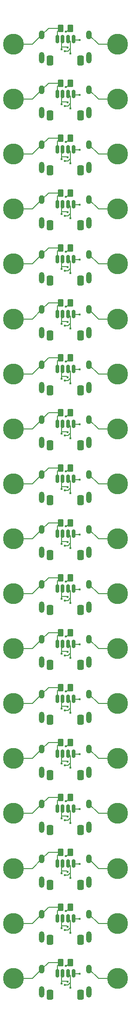
<source format=gbr>
%TF.GenerationSoftware,KiCad,Pcbnew,8.99.0-946-gf00a1ab517*%
%TF.CreationDate,2024-05-19T19:51:51+07:00*%
%TF.ProjectId,dtb_toro,6474625f-746f-4726-9f2e-6b696361645f,rev?*%
%TF.SameCoordinates,Original*%
%TF.FileFunction,Copper,L2,Bot*%
%TF.FilePolarity,Positive*%
%FSLAX46Y46*%
G04 Gerber Fmt 4.6, Leading zero omitted, Abs format (unit mm)*
G04 Created by KiCad (PCBNEW 8.99.0-946-gf00a1ab517) date 2024-05-19 19:51:51*
%MOMM*%
%LPD*%
G01*
G04 APERTURE LIST*
G04 Aperture macros list*
%AMRoundRect*
0 Rectangle with rounded corners*
0 $1 Rounding radius*
0 $2 $3 $4 $5 $6 $7 $8 $9 X,Y pos of 4 corners*
0 Add a 4 corners polygon primitive as box body*
4,1,4,$2,$3,$4,$5,$6,$7,$8,$9,$2,$3,0*
0 Add four circle primitives for the rounded corners*
1,1,$1+$1,$2,$3*
1,1,$1+$1,$4,$5*
1,1,$1+$1,$6,$7*
1,1,$1+$1,$8,$9*
0 Add four rect primitives between the rounded corners*
20,1,$1+$1,$2,$3,$4,$5,0*
20,1,$1+$1,$4,$5,$6,$7,0*
20,1,$1+$1,$6,$7,$8,$9,0*
20,1,$1+$1,$8,$9,$2,$3,0*%
G04 Aperture macros list end*
%TA.AperFunction,SMDPad,CuDef*%
%ADD10RoundRect,0.250000X0.262500X0.450000X-0.262500X0.450000X-0.262500X-0.450000X0.262500X-0.450000X0*%
%TD*%
%TA.AperFunction,ComponentPad*%
%ADD11C,3.800000*%
%TD*%
%TA.AperFunction,SMDPad,CuDef*%
%ADD12RoundRect,0.250000X0.350000X0.650000X-0.350000X0.650000X-0.350000X-0.650000X0.350000X-0.650000X0*%
%TD*%
%TA.AperFunction,SMDPad,CuDef*%
%ADD13RoundRect,0.150000X0.150000X0.625000X-0.150000X0.625000X-0.150000X-0.625000X0.150000X-0.625000X0*%
%TD*%
%TA.AperFunction,ComponentPad*%
%ADD14O,1.000000X1.600000*%
%TD*%
%TA.AperFunction,ComponentPad*%
%ADD15O,1.000000X2.100000*%
%TD*%
%TA.AperFunction,ViaPad*%
%ADD16C,0.400000*%
%TD*%
%TA.AperFunction,Conductor*%
%ADD17C,0.200000*%
%TD*%
G04 APERTURE END LIST*
D10*
%TO.P,R1,2*%
%TO.N,GND*%
X540457500Y34170301D03*
%TO.P,R1,1*%
%TO.N,Net-(J1-CC1)*%
X542282500Y34170301D03*
%TD*%
D11*
%TO.P,H1,1,1*%
%TO.N,GND*%
X531870016Y31270343D03*
%TD*%
D12*
%TO.P,J2,MP*%
%TO.N,N/C*%
X538560000Y28295301D03*
X544160000Y28295301D03*
D13*
%TO.P,J2,4,Pin_4*%
%TO.N,GND*%
X539860000Y32170301D03*
%TO.P,J2,3,Pin_3*%
%TO.N,D+*%
X540860000Y32170301D03*
%TO.P,J2,2,Pin_2*%
%TO.N,D-*%
X541860000Y32170301D03*
%TO.P,J2,1,Pin_1*%
%TO.N,+5V*%
X542860000Y32170301D03*
%TD*%
D11*
%TO.P,H1,1,1*%
%TO.N,GND*%
X531870016Y21270343D03*
%TD*%
%TO.P,H1,1,1*%
%TO.N,GND*%
X531870016Y1270429D03*
%TD*%
D14*
%TO.P,J1,S1,SHIELD*%
%TO.N,GND*%
X537050000Y22972304D03*
D15*
X537050000Y18792304D03*
D14*
X545690000Y22972304D03*
D15*
X545690000Y18792304D03*
%TD*%
D10*
%TO.P,R1,2*%
%TO.N,GND*%
X540457500Y-5829570D03*
%TO.P,R1,1*%
%TO.N,Net-(J1-CC1)*%
X542282500Y-5829570D03*
%TD*%
D12*
%TO.P,J2,MP*%
%TO.N,N/C*%
X538560000Y8295344D03*
X544160000Y8295344D03*
D13*
%TO.P,J2,4,Pin_4*%
%TO.N,GND*%
X539860000Y12170344D03*
%TO.P,J2,3,Pin_3*%
%TO.N,D+*%
X540860000Y12170344D03*
%TO.P,J2,2,Pin_2*%
%TO.N,D-*%
X541860000Y12170344D03*
%TO.P,J2,1,Pin_1*%
%TO.N,+5V*%
X542860000Y12170344D03*
%TD*%
D12*
%TO.P,J2,MP*%
%TO.N,N/C*%
X538560000Y18295301D03*
X544160000Y18295301D03*
D13*
%TO.P,J2,4,Pin_4*%
%TO.N,GND*%
X539860000Y22170301D03*
%TO.P,J2,3,Pin_3*%
%TO.N,D+*%
X540860000Y22170301D03*
%TO.P,J2,2,Pin_2*%
%TO.N,D-*%
X541860000Y22170301D03*
%TO.P,J2,1,Pin_1*%
%TO.N,+5V*%
X542860000Y22170301D03*
%TD*%
D11*
%TO.P,H1,1,1*%
%TO.N,GND*%
X531870016Y11270386D03*
%TD*%
%TO.P,H2,1,1*%
%TO.N,GND*%
X550870000Y31270299D03*
%TD*%
D10*
%TO.P,R1,2*%
%TO.N,GND*%
X540457500Y24170301D03*
%TO.P,R1,1*%
%TO.N,Net-(J1-CC1)*%
X542282500Y24170301D03*
%TD*%
D14*
%TO.P,J1,S1,SHIELD*%
%TO.N,GND*%
X537050000Y12972347D03*
D15*
X537050000Y8792347D03*
D14*
X545690000Y12972347D03*
D15*
X545690000Y8792347D03*
%TD*%
D14*
%TO.P,J1,S1,SHIELD*%
%TO.N,GND*%
X537050000Y2972390D03*
D15*
X537050000Y-1207610D03*
D14*
X545690000Y2972390D03*
D15*
X545690000Y-1207610D03*
%TD*%
D11*
%TO.P,H2,1,1*%
%TO.N,GND*%
X550870000Y21270299D03*
%TD*%
D12*
%TO.P,J2,MP*%
%TO.N,N/C*%
X538560000Y-1704613D03*
X544160000Y-1704613D03*
D13*
%TO.P,J2,4,Pin_4*%
%TO.N,GND*%
X539860000Y2170387D03*
%TO.P,J2,3,Pin_3*%
%TO.N,D+*%
X540860000Y2170387D03*
%TO.P,J2,2,Pin_2*%
%TO.N,D-*%
X541860000Y2170387D03*
%TO.P,J2,1,Pin_1*%
%TO.N,+5V*%
X542860000Y2170387D03*
%TD*%
D11*
%TO.P,H2,1,1*%
%TO.N,GND*%
X550870000Y1270385D03*
%TD*%
D10*
%TO.P,R1,2*%
%TO.N,GND*%
X540457500Y4170387D03*
%TO.P,R1,1*%
%TO.N,Net-(J1-CC1)*%
X542282500Y4170387D03*
%TD*%
D11*
%TO.P,H2,1,1*%
%TO.N,GND*%
X550870000Y11270342D03*
%TD*%
%TO.P,H2,1,1*%
%TO.N,GND*%
X550870000Y-18729529D03*
%TD*%
%TO.P,H2,1,1*%
%TO.N,GND*%
X550870000Y-8729572D03*
%TD*%
%TO.P,H1,1,1*%
%TO.N,GND*%
X531870016Y-38729399D03*
%TD*%
D14*
%TO.P,J1,S1,SHIELD*%
%TO.N,GND*%
X537050000Y-17027524D03*
D15*
X537050000Y-21207524D03*
D14*
X545690000Y-17027524D03*
D15*
X545690000Y-21207524D03*
%TD*%
D14*
%TO.P,J1,S1,SHIELD*%
%TO.N,GND*%
X537050000Y-37027438D03*
D15*
X537050000Y-41207438D03*
D14*
X545690000Y-37027438D03*
D15*
X545690000Y-41207438D03*
%TD*%
D10*
%TO.P,R1,2*%
%TO.N,GND*%
X540457500Y-15829527D03*
%TO.P,R1,1*%
%TO.N,Net-(J1-CC1)*%
X542282500Y-15829527D03*
%TD*%
D11*
%TO.P,H1,1,1*%
%TO.N,GND*%
X531870016Y-28729442D03*
%TD*%
%TO.P,H1,1,1*%
%TO.N,GND*%
X531870016Y-18729485D03*
%TD*%
D14*
%TO.P,J1,S1,SHIELD*%
%TO.N,GND*%
X537050000Y-7027567D03*
D15*
X537050000Y-11207567D03*
D14*
X545690000Y-7027567D03*
D15*
X545690000Y-11207567D03*
%TD*%
D14*
%TO.P,J1,S1,SHIELD*%
%TO.N,GND*%
X537050000Y-27027481D03*
D15*
X537050000Y-31207481D03*
D14*
X545690000Y-27027481D03*
D15*
X545690000Y-31207481D03*
%TD*%
D11*
%TO.P,H2,1,1*%
%TO.N,GND*%
X550870000Y-28729486D03*
%TD*%
%TO.P,H1,1,1*%
%TO.N,GND*%
X531870016Y-48729356D03*
%TD*%
%TO.P,H1,1,1*%
%TO.N,GND*%
X531870016Y-8729528D03*
%TD*%
D12*
%TO.P,J2,MP*%
%TO.N,N/C*%
X538560000Y-11704570D03*
X544160000Y-11704570D03*
D13*
%TO.P,J2,4,Pin_4*%
%TO.N,GND*%
X539860000Y-7829570D03*
%TO.P,J2,3,Pin_3*%
%TO.N,D+*%
X540860000Y-7829570D03*
%TO.P,J2,2,Pin_2*%
%TO.N,D-*%
X541860000Y-7829570D03*
%TO.P,J2,1,Pin_1*%
%TO.N,+5V*%
X542860000Y-7829570D03*
%TD*%
D12*
%TO.P,J2,MP*%
%TO.N,N/C*%
X538560000Y-31704484D03*
X544160000Y-31704484D03*
D13*
%TO.P,J2,4,Pin_4*%
%TO.N,GND*%
X539860000Y-27829484D03*
%TO.P,J2,3,Pin_3*%
%TO.N,D+*%
X540860000Y-27829484D03*
%TO.P,J2,2,Pin_2*%
%TO.N,D-*%
X541860000Y-27829484D03*
%TO.P,J2,1,Pin_1*%
%TO.N,+5V*%
X542860000Y-27829484D03*
%TD*%
D12*
%TO.P,J2,MP*%
%TO.N,N/C*%
X538560000Y-21704527D03*
X544160000Y-21704527D03*
D13*
%TO.P,J2,4,Pin_4*%
%TO.N,GND*%
X539860000Y-17829527D03*
%TO.P,J2,3,Pin_3*%
%TO.N,D+*%
X540860000Y-17829527D03*
%TO.P,J2,2,Pin_2*%
%TO.N,D-*%
X541860000Y-17829527D03*
%TO.P,J2,1,Pin_1*%
%TO.N,+5V*%
X542860000Y-17829527D03*
%TD*%
D10*
%TO.P,R1,2*%
%TO.N,GND*%
X540457500Y-25829484D03*
%TO.P,R1,1*%
%TO.N,Net-(J1-CC1)*%
X542282500Y-25829484D03*
%TD*%
%TO.P,R1,2*%
%TO.N,GND*%
X540457500Y-35829441D03*
%TO.P,R1,1*%
%TO.N,Net-(J1-CC1)*%
X542282500Y-35829441D03*
%TD*%
D11*
%TO.P,H2,1,1*%
%TO.N,GND*%
X550870000Y-38729443D03*
%TD*%
D12*
%TO.P,J2,MP*%
%TO.N,N/C*%
X538560000Y-41704441D03*
X544160000Y-41704441D03*
D13*
%TO.P,J2,4,Pin_4*%
%TO.N,GND*%
X539860000Y-37829441D03*
%TO.P,J2,3,Pin_3*%
%TO.N,D+*%
X540860000Y-37829441D03*
%TO.P,J2,2,Pin_2*%
%TO.N,D-*%
X541860000Y-37829441D03*
%TO.P,J2,1,Pin_1*%
%TO.N,+5V*%
X542860000Y-37829441D03*
%TD*%
D10*
%TO.P,R1,2*%
%TO.N,GND*%
X540457500Y-45829398D03*
%TO.P,R1,1*%
%TO.N,Net-(J1-CC1)*%
X542282500Y-45829398D03*
%TD*%
D14*
%TO.P,J1,S1,SHIELD*%
%TO.N,GND*%
X537050000Y-47027395D03*
D15*
X537050000Y-51207395D03*
D14*
X545690000Y-47027395D03*
D15*
X545690000Y-51207395D03*
%TD*%
D11*
%TO.P,H2,1,1*%
%TO.N,GND*%
X550870000Y-48729400D03*
%TD*%
D12*
%TO.P,J2,MP*%
%TO.N,N/C*%
X538560000Y-51704398D03*
X544160000Y-51704398D03*
D13*
%TO.P,J2,4,Pin_4*%
%TO.N,GND*%
X539860000Y-47829398D03*
%TO.P,J2,3,Pin_3*%
%TO.N,D+*%
X540860000Y-47829398D03*
%TO.P,J2,2,Pin_2*%
%TO.N,D-*%
X541860000Y-47829398D03*
%TO.P,J2,1,Pin_1*%
%TO.N,+5V*%
X542860000Y-47829398D03*
%TD*%
D10*
%TO.P,R1,2*%
%TO.N,GND*%
X540457500Y14170344D03*
%TO.P,R1,1*%
%TO.N,Net-(J1-CC1)*%
X542282500Y14170344D03*
%TD*%
D13*
%TO.P,J2,1,Pin_1*%
%TO.N,+5V*%
X542860000Y42170301D03*
%TO.P,J2,2,Pin_2*%
%TO.N,D-*%
X541860000Y42170301D03*
%TO.P,J2,3,Pin_3*%
%TO.N,D+*%
X540860000Y42170301D03*
%TO.P,J2,4,Pin_4*%
%TO.N,GND*%
X539860000Y42170301D03*
D12*
%TO.P,J2,MP*%
%TO.N,N/C*%
X544160000Y38295301D03*
X538560000Y38295301D03*
%TD*%
D11*
%TO.P,H1,1,1*%
%TO.N,GND*%
X531870016Y41270343D03*
%TD*%
%TO.P,H2,1,1*%
%TO.N,GND*%
X550870000Y41270299D03*
%TD*%
D10*
%TO.P,R1,1*%
%TO.N,Net-(J1-CC1)*%
X542282500Y44170301D03*
%TO.P,R1,2*%
%TO.N,GND*%
X540457500Y44170301D03*
%TD*%
D13*
%TO.P,J2,1,Pin_1*%
%TO.N,+5V*%
X542860000Y52170258D03*
%TO.P,J2,2,Pin_2*%
%TO.N,D-*%
X541860000Y52170258D03*
%TO.P,J2,3,Pin_3*%
%TO.N,D+*%
X540860000Y52170258D03*
%TO.P,J2,4,Pin_4*%
%TO.N,GND*%
X539860000Y52170258D03*
D12*
%TO.P,J2,MP*%
%TO.N,N/C*%
X544160000Y48295258D03*
X538560000Y48295258D03*
%TD*%
D11*
%TO.P,H1,1,1*%
%TO.N,GND*%
X531870016Y51270300D03*
%TD*%
%TO.P,H2,1,1*%
%TO.N,GND*%
X550870000Y51270256D03*
%TD*%
D15*
%TO.P,J1,S1,SHIELD*%
%TO.N,GND*%
X545690000Y48792261D03*
D14*
X545690000Y52972261D03*
D15*
X537050000Y48792261D03*
D14*
X537050000Y52972261D03*
%TD*%
D10*
%TO.P,R1,1*%
%TO.N,Net-(J1-CC1)*%
X542282500Y54170258D03*
%TO.P,R1,2*%
%TO.N,GND*%
X540457500Y54170258D03*
%TD*%
D13*
%TO.P,J2,1,Pin_1*%
%TO.N,+5V*%
X542860000Y62170215D03*
%TO.P,J2,2,Pin_2*%
%TO.N,D-*%
X541860000Y62170215D03*
%TO.P,J2,3,Pin_3*%
%TO.N,D+*%
X540860000Y62170215D03*
%TO.P,J2,4,Pin_4*%
%TO.N,GND*%
X539860000Y62170215D03*
D12*
%TO.P,J2,MP*%
%TO.N,N/C*%
X544160000Y58295215D03*
X538560000Y58295215D03*
%TD*%
D11*
%TO.P,H1,1,1*%
%TO.N,GND*%
X531870016Y61270257D03*
%TD*%
%TO.P,H2,1,1*%
%TO.N,GND*%
X550870000Y61270213D03*
%TD*%
D15*
%TO.P,J1,S1,SHIELD*%
%TO.N,GND*%
X545690000Y58792218D03*
D14*
X545690000Y62972218D03*
D15*
X537050000Y58792218D03*
D14*
X537050000Y62972218D03*
%TD*%
D10*
%TO.P,R1,1*%
%TO.N,Net-(J1-CC1)*%
X542282500Y64170215D03*
%TO.P,R1,2*%
%TO.N,GND*%
X540457500Y64170215D03*
%TD*%
D13*
%TO.P,J2,1,Pin_1*%
%TO.N,+5V*%
X542860000Y72170172D03*
%TO.P,J2,2,Pin_2*%
%TO.N,D-*%
X541860000Y72170172D03*
%TO.P,J2,3,Pin_3*%
%TO.N,D+*%
X540860000Y72170172D03*
%TO.P,J2,4,Pin_4*%
%TO.N,GND*%
X539860000Y72170172D03*
D12*
%TO.P,J2,MP*%
%TO.N,N/C*%
X544160000Y68295172D03*
X538560000Y68295172D03*
%TD*%
D11*
%TO.P,H1,1,1*%
%TO.N,GND*%
X531870016Y71270214D03*
%TD*%
%TO.P,H2,1,1*%
%TO.N,GND*%
X550870000Y71270170D03*
%TD*%
D15*
%TO.P,J1,S1,SHIELD*%
%TO.N,GND*%
X545690000Y68792175D03*
D14*
X545690000Y72972175D03*
D15*
X537050000Y68792175D03*
D14*
X537050000Y72972175D03*
%TD*%
D10*
%TO.P,R1,1*%
%TO.N,Net-(J1-CC1)*%
X542282500Y74170172D03*
%TO.P,R1,2*%
%TO.N,GND*%
X540457500Y74170172D03*
%TD*%
D13*
%TO.P,J2,1,Pin_1*%
%TO.N,+5V*%
X542860000Y82170129D03*
%TO.P,J2,2,Pin_2*%
%TO.N,D-*%
X541860000Y82170129D03*
%TO.P,J2,3,Pin_3*%
%TO.N,D+*%
X540860000Y82170129D03*
%TO.P,J2,4,Pin_4*%
%TO.N,GND*%
X539860000Y82170129D03*
D12*
%TO.P,J2,MP*%
%TO.N,N/C*%
X544160000Y78295129D03*
X538560000Y78295129D03*
%TD*%
D11*
%TO.P,H1,1,1*%
%TO.N,GND*%
X531870016Y81270171D03*
%TD*%
%TO.P,H2,1,1*%
%TO.N,GND*%
X550870000Y81270127D03*
%TD*%
D15*
%TO.P,J1,S1,SHIELD*%
%TO.N,GND*%
X545690000Y78792132D03*
D14*
X545690000Y82972132D03*
D15*
X537050000Y78792132D03*
D14*
X537050000Y82972132D03*
%TD*%
D10*
%TO.P,R1,1*%
%TO.N,Net-(J1-CC1)*%
X542282500Y84170129D03*
%TO.P,R1,2*%
%TO.N,GND*%
X540457500Y84170129D03*
%TD*%
D13*
%TO.P,J2,1,Pin_1*%
%TO.N,+5V*%
X542860000Y92170086D03*
%TO.P,J2,2,Pin_2*%
%TO.N,D-*%
X541860000Y92170086D03*
%TO.P,J2,3,Pin_3*%
%TO.N,D+*%
X540860000Y92170086D03*
%TO.P,J2,4,Pin_4*%
%TO.N,GND*%
X539860000Y92170086D03*
D12*
%TO.P,J2,MP*%
%TO.N,N/C*%
X544160000Y88295086D03*
X538560000Y88295086D03*
%TD*%
D11*
%TO.P,H1,1,1*%
%TO.N,GND*%
X531870016Y91270128D03*
%TD*%
%TO.P,H2,1,1*%
%TO.N,GND*%
X550870000Y91270084D03*
%TD*%
D15*
%TO.P,J1,S1,SHIELD*%
%TO.N,GND*%
X545690000Y88792089D03*
D14*
X545690000Y92972089D03*
D15*
X537050000Y88792089D03*
D14*
X537050000Y92972089D03*
%TD*%
D10*
%TO.P,R1,1*%
%TO.N,Net-(J1-CC1)*%
X542282500Y94170086D03*
%TO.P,R1,2*%
%TO.N,GND*%
X540457500Y94170086D03*
%TD*%
D13*
%TO.P,J2,1,Pin_1*%
%TO.N,+5V*%
X542860000Y102170043D03*
%TO.P,J2,2,Pin_2*%
%TO.N,D-*%
X541860000Y102170043D03*
%TO.P,J2,3,Pin_3*%
%TO.N,D+*%
X540860000Y102170043D03*
%TO.P,J2,4,Pin_4*%
%TO.N,GND*%
X539860000Y102170043D03*
D12*
%TO.P,J2,MP*%
%TO.N,N/C*%
X544160000Y98295043D03*
X538560000Y98295043D03*
%TD*%
D11*
%TO.P,H1,1,1*%
%TO.N,GND*%
X531870016Y101270085D03*
%TD*%
%TO.P,H2,1,1*%
%TO.N,GND*%
X550870000Y101270041D03*
%TD*%
D15*
%TO.P,J1,S1,SHIELD*%
%TO.N,GND*%
X545690000Y98792046D03*
D14*
X545690000Y102972046D03*
D15*
X537050000Y98792046D03*
D14*
X537050000Y102972046D03*
%TD*%
D10*
%TO.P,R1,1*%
%TO.N,Net-(J1-CC1)*%
X542282500Y104170043D03*
%TO.P,R1,2*%
%TO.N,GND*%
X540457500Y104170043D03*
%TD*%
D13*
%TO.P,J2,1,Pin_1*%
%TO.N,+5V*%
X542860000Y112170000D03*
%TO.P,J2,2,Pin_2*%
%TO.N,D-*%
X541860000Y112170000D03*
%TO.P,J2,3,Pin_3*%
%TO.N,D+*%
X540860000Y112170000D03*
%TO.P,J2,4,Pin_4*%
%TO.N,GND*%
X539860000Y112170000D03*
D12*
%TO.P,J2,MP*%
%TO.N,N/C*%
X544160000Y108295000D03*
X538560000Y108295000D03*
%TD*%
D11*
%TO.P,H1,1,1*%
%TO.N,GND*%
X531870016Y111270042D03*
%TD*%
%TO.P,H2,1,1*%
%TO.N,GND*%
X550870000Y111269998D03*
%TD*%
D15*
%TO.P,J1,S1,SHIELD*%
%TO.N,GND*%
X545690000Y108792003D03*
D14*
X545690000Y112972003D03*
D15*
X537050000Y108792003D03*
D14*
X537050000Y112972003D03*
%TD*%
D10*
%TO.P,R1,1*%
%TO.N,Net-(J1-CC1)*%
X542282500Y114170000D03*
%TO.P,R1,2*%
%TO.N,GND*%
X540457500Y114170000D03*
%TD*%
D11*
%TO.P,H2,1,1*%
%TO.N,GND*%
X550870000Y121269998D03*
%TD*%
%TO.P,H1,1,1*%
%TO.N,GND*%
X531870016Y121270042D03*
%TD*%
D15*
%TO.P,J1,S1,SHIELD*%
%TO.N,GND*%
X545690000Y118792003D03*
D14*
X545690000Y122972003D03*
D15*
X537050000Y118792003D03*
D14*
X537050000Y122972003D03*
%TD*%
D10*
%TO.P,R1,1*%
%TO.N,Net-(J1-CC1)*%
X542282500Y124170000D03*
%TO.P,R1,2*%
%TO.N,GND*%
X540457500Y124170000D03*
%TD*%
D13*
%TO.P,J2,1,Pin_1*%
%TO.N,+5V*%
X542860000Y122170000D03*
%TO.P,J2,2,Pin_2*%
%TO.N,D-*%
X541860000Y122170000D03*
%TO.P,J2,3,Pin_3*%
%TO.N,D+*%
X540860000Y122170000D03*
%TO.P,J2,4,Pin_4*%
%TO.N,GND*%
X539860000Y122170000D03*
D12*
%TO.P,J2,MP*%
%TO.N,N/C*%
X544160000Y118295000D03*
X538560000Y118295000D03*
%TD*%
D15*
%TO.P,J1,S1,SHIELD*%
%TO.N,GND*%
X545690000Y38792304D03*
D14*
X545690000Y42972304D03*
D15*
X537050000Y38792304D03*
D14*
X537050000Y42972304D03*
%TD*%
%TO.P,J1,S1,SHIELD*%
%TO.N,GND*%
X537050000Y32972304D03*
D15*
X537050000Y28792304D03*
D14*
X545690000Y32972304D03*
D15*
X545690000Y28792304D03*
%TD*%
D16*
%TO.N,Net-(J1-CC1)*%
X541380000Y13510344D03*
%TO.N,D+*%
X540640000Y-9639570D03*
X540640000Y360387D03*
%TO.N,Net-(J1-CC1)*%
X541380000Y-6489570D03*
%TO.N,D-*%
X541222821Y-9965845D03*
X542290000Y19570301D03*
X542290000Y-429613D03*
X541222821Y-19965802D03*
%TO.N,+5V*%
X543990000Y-7939570D03*
%TO.N,D+*%
X541760000Y-9319570D03*
X540640000Y-19639527D03*
X541760000Y20680301D03*
X541760000Y680387D03*
%TO.N,+5V*%
X543990000Y22060301D03*
%TO.N,Net-(J1-CC1)*%
X541380000Y-16489527D03*
%TO.N,D+*%
X541760000Y10680344D03*
%TO.N,D-*%
X541222821Y34112D03*
%TO.N,Net-(J1-CC1)*%
X541380000Y23510301D03*
%TO.N,D+*%
X540640000Y20360301D03*
%TO.N,+5V*%
X543990000Y2060387D03*
%TO.N,D-*%
X542290000Y9570344D03*
%TO.N,+5V*%
X543990000Y-17939527D03*
%TO.N,D-*%
X542290000Y-20429527D03*
%TO.N,D+*%
X541760000Y-19319527D03*
%TO.N,D-*%
X542290000Y-10429570D03*
%TO.N,+5V*%
X543990000Y12060344D03*
%TO.N,Net-(J1-CC1)*%
X541380000Y3510387D03*
%TO.N,D+*%
X540640000Y30360301D03*
%TO.N,+5V*%
X543990000Y-37939441D03*
%TO.N,D+*%
X541760000Y-29319484D03*
X541760000Y30680301D03*
%TO.N,D-*%
X542290000Y29570301D03*
X541222821Y30034026D03*
X541222821Y-29965759D03*
%TO.N,Net-(J1-CC1)*%
X541380000Y33510301D03*
%TO.N,D+*%
X540640000Y-49639398D03*
%TO.N,D-*%
X541222821Y-39965716D03*
%TO.N,D+*%
X540640000Y-39639441D03*
X540640000Y-29639484D03*
%TO.N,+5V*%
X543990000Y32060301D03*
%TO.N,D+*%
X540640000Y10360344D03*
%TO.N,D-*%
X542290000Y-50429398D03*
%TO.N,+5V*%
X543990000Y-27939484D03*
%TO.N,D-*%
X541222821Y10034069D03*
%TO.N,D+*%
X541760000Y-49319398D03*
%TO.N,D-*%
X541222821Y-49965673D03*
%TO.N,Net-(J1-CC1)*%
X541380000Y-36489441D03*
X541380000Y-26489484D03*
%TO.N,D-*%
X542290000Y-30429484D03*
%TO.N,D+*%
X541760000Y-39319441D03*
%TO.N,D-*%
X541222821Y20034026D03*
%TO.N,Net-(J1-CC1)*%
X541380000Y-46489398D03*
%TO.N,D-*%
X542290000Y-40429441D03*
%TO.N,+5V*%
X543990000Y-47939398D03*
%TO.N,D+*%
X541760000Y40680301D03*
%TO.N,Net-(J1-CC1)*%
X541380000Y43510301D03*
%TO.N,D-*%
X542290000Y39570301D03*
%TO.N,+5V*%
X543990000Y42060301D03*
%TO.N,D+*%
X540640000Y40360301D03*
%TO.N,D-*%
X541222821Y40034026D03*
%TO.N,D+*%
X541760000Y50680258D03*
%TO.N,Net-(J1-CC1)*%
X541380000Y53510258D03*
%TO.N,D-*%
X542290000Y49570258D03*
%TO.N,+5V*%
X543990000Y52060258D03*
%TO.N,D+*%
X540640000Y50360258D03*
%TO.N,D-*%
X541222821Y50033983D03*
%TO.N,D+*%
X541760000Y60680215D03*
%TO.N,Net-(J1-CC1)*%
X541380000Y63510215D03*
%TO.N,D-*%
X542290000Y59570215D03*
%TO.N,+5V*%
X543990000Y62060215D03*
%TO.N,D+*%
X540640000Y60360215D03*
%TO.N,D-*%
X541222821Y60033940D03*
%TO.N,D+*%
X541760000Y70680172D03*
%TO.N,Net-(J1-CC1)*%
X541380000Y73510172D03*
%TO.N,D-*%
X542290000Y69570172D03*
%TO.N,+5V*%
X543990000Y72060172D03*
%TO.N,D+*%
X540640000Y70360172D03*
%TO.N,D-*%
X541222821Y70033897D03*
%TO.N,D+*%
X541760000Y80680129D03*
%TO.N,Net-(J1-CC1)*%
X541380000Y83510129D03*
%TO.N,D-*%
X542290000Y79570129D03*
%TO.N,+5V*%
X543990000Y82060129D03*
%TO.N,D+*%
X540640000Y80360129D03*
%TO.N,D-*%
X541222821Y80033854D03*
%TO.N,D+*%
X541760000Y90680086D03*
%TO.N,Net-(J1-CC1)*%
X541380000Y93510086D03*
%TO.N,D-*%
X542290000Y89570086D03*
%TO.N,+5V*%
X543990000Y92060086D03*
%TO.N,D+*%
X540640000Y90360086D03*
%TO.N,D-*%
X541222821Y90033811D03*
%TO.N,D+*%
X541760000Y100680043D03*
%TO.N,Net-(J1-CC1)*%
X541380000Y103510043D03*
%TO.N,D-*%
X542290000Y99570043D03*
%TO.N,+5V*%
X543990000Y102060043D03*
%TO.N,D+*%
X540640000Y100360043D03*
%TO.N,D-*%
X541222821Y100033768D03*
%TO.N,D+*%
X541760000Y110680000D03*
%TO.N,Net-(J1-CC1)*%
X541380000Y113510000D03*
%TO.N,D-*%
X542290000Y109570000D03*
%TO.N,+5V*%
X543990000Y112060000D03*
%TO.N,D+*%
X540640000Y110360000D03*
%TO.N,D-*%
X541222821Y110033725D03*
%TO.N,Net-(J1-CC1)*%
X541380000Y123510000D03*
%TO.N,+5V*%
X543990000Y122060000D03*
%TO.N,D-*%
X542290000Y119570000D03*
X541222821Y120033725D03*
%TO.N,D+*%
X541760000Y120680000D03*
X540640000Y120360000D03*
%TD*%
D17*
%TO.N,+5V*%
X542970000Y-17939527D02*
X542860000Y-17829527D01*
%TO.N,GND*%
X539860000Y-17829527D02*
X539860000Y-16427027D01*
%TO.N,D-*%
X541222821Y-39965716D02*
X541820832Y-39965716D01*
%TO.N,GND*%
X550870000Y31270299D02*
X547392005Y31270299D01*
%TO.N,D-*%
X542260000Y-18229527D02*
X541860000Y-17829527D01*
%TO.N,D+*%
X541760000Y-39319441D02*
X541660000Y-39219441D01*
X541760000Y-19319527D02*
X541660000Y-19219527D01*
%TO.N,GND*%
X539860000Y-16427027D02*
X540457500Y-15829527D01*
X531870016Y31270343D02*
X535348039Y31270343D01*
X547392005Y31270299D02*
X545690000Y32972304D01*
%TO.N,+5V*%
X543990000Y-17939527D02*
X542970000Y-17939527D01*
%TO.N,GND*%
X540457500Y-15829527D02*
X538247997Y-15829527D01*
%TO.N,D-*%
X542290000Y-39556548D02*
X542260000Y-39526548D01*
X541222821Y-19965802D02*
X541820832Y-19965802D01*
%TO.N,GND*%
X535348039Y31270343D02*
X537050000Y32972304D01*
%TO.N,D-*%
X542290000Y-20429527D02*
X542290000Y-19556634D01*
%TO.N,GND*%
X531870016Y-18729485D02*
X535348039Y-18729485D01*
%TO.N,D+*%
X540640000Y20780301D02*
X540640000Y21950301D01*
%TO.N,D-*%
X542290000Y19570301D02*
X542290000Y20443194D01*
%TO.N,+5V*%
X542970000Y22060301D02*
X542860000Y22170301D01*
%TO.N,GND*%
X539860000Y33572801D02*
X540457500Y34170301D01*
X539860000Y32170301D02*
X539860000Y33572801D01*
X538247997Y24170301D02*
X537050000Y22972304D01*
X540457500Y24170301D02*
X538247997Y24170301D01*
%TO.N,D+*%
X540640000Y21950301D02*
X540860000Y22170301D01*
X541660000Y20780301D02*
X540640000Y20780301D01*
%TO.N,D-*%
X541820832Y20034026D02*
X542260000Y20473194D01*
X542260000Y20473194D02*
X542260000Y21770301D01*
X542260000Y30473194D02*
X542260000Y31770301D01*
X541222821Y30034026D02*
X541820832Y30034026D01*
%TO.N,D+*%
X540640000Y31950301D02*
X540860000Y32170301D01*
%TO.N,D-*%
X542290000Y29570301D02*
X542290000Y30443194D01*
%TO.N,GND*%
X538247997Y34170301D02*
X537050000Y32972304D01*
X540457500Y34170301D02*
X538247997Y34170301D01*
%TO.N,D-*%
X541820832Y30034026D02*
X542260000Y30473194D01*
%TO.N,+5V*%
X542970000Y32060301D02*
X542860000Y32170301D01*
%TO.N,D-*%
X542260000Y31770301D02*
X541860000Y32170301D01*
%TO.N,GND*%
X539860000Y22170301D02*
X539860000Y23572801D01*
%TO.N,D+*%
X541760000Y30680301D02*
X541660000Y30780301D01*
%TO.N,D-*%
X542290000Y30443194D02*
X542260000Y30473194D01*
%TO.N,D+*%
X540640000Y20360301D02*
X540640000Y20780301D01*
X540640000Y30360301D02*
X540640000Y30780301D01*
X540640000Y30780301D02*
X540640000Y31950301D01*
X541660000Y30780301D02*
X540640000Y30780301D01*
%TO.N,+5V*%
X543990000Y32060301D02*
X542970000Y32060301D01*
%TO.N,GND*%
X539860000Y23572801D02*
X540457500Y24170301D01*
%TO.N,+5V*%
X543990000Y22060301D02*
X542970000Y22060301D01*
%TO.N,GND*%
X547392005Y-18729529D02*
X545690000Y-17027524D01*
X550870000Y-18729529D02*
X547392005Y-18729529D01*
%TO.N,D-*%
X542290000Y-19556634D02*
X542260000Y-19526634D01*
%TO.N,GND*%
X535348039Y-18729485D02*
X537050000Y-17027524D01*
%TO.N,D-*%
X541820832Y-19965802D02*
X542260000Y-19526634D01*
%TO.N,Net-(J1-CC1)*%
X541380000Y33510301D02*
X541622500Y33510301D01*
%TO.N,GND*%
X535348039Y21270343D02*
X537050000Y22972304D01*
%TO.N,Net-(J1-CC1)*%
X541622500Y33510301D02*
X542282500Y34170301D01*
X542302500Y-15849527D02*
X542282500Y-15829527D01*
%TO.N,GND*%
X550870000Y21270299D02*
X547392005Y21270299D01*
X547392005Y21270299D02*
X545690000Y22972304D01*
X531870016Y21270343D02*
X535348039Y21270343D01*
%TO.N,Net-(J1-CC1)*%
X542252500Y24200301D02*
X542282500Y24170301D01*
%TO.N,GND*%
X531870016Y-38729399D02*
X535348039Y-38729399D01*
%TO.N,Net-(J1-CC1)*%
X541622500Y-16489527D02*
X542282500Y-15829527D01*
X541622500Y23510301D02*
X542282500Y24170301D01*
X541380000Y23510301D02*
X541622500Y23510301D01*
X542302500Y24150301D02*
X542282500Y24170301D01*
X541380000Y-16489527D02*
X541622500Y-16489527D01*
%TO.N,GND*%
X535348039Y11270386D02*
X537050000Y12972347D01*
X538247997Y14170344D02*
X537050000Y12972347D01*
%TO.N,D+*%
X541660000Y10780344D02*
X540640000Y10780344D01*
%TO.N,D-*%
X542290000Y9570344D02*
X542290000Y10443237D01*
X542260000Y11770344D02*
X541860000Y12170344D01*
X542290000Y10443237D02*
X542260000Y10473237D01*
X541222821Y10034069D02*
X541820832Y10034069D01*
%TO.N,Net-(J1-CC1)*%
X541380000Y13510344D02*
X541622500Y13510344D01*
%TO.N,D-*%
X542260000Y21770301D02*
X541860000Y22170301D01*
%TO.N,GND*%
X531870016Y11270386D02*
X535348039Y11270386D01*
X539860000Y13572844D02*
X540457500Y14170344D01*
%TO.N,Net-(J1-CC1)*%
X541622500Y13510344D02*
X542282500Y14170344D01*
%TO.N,D+*%
X540640000Y10360344D02*
X540640000Y10780344D01*
%TO.N,D-*%
X542260000Y10473237D02*
X542260000Y11770344D01*
%TO.N,+5V*%
X542970000Y12060344D02*
X542860000Y12170344D01*
%TO.N,GND*%
X547392005Y11270342D02*
X545690000Y12972347D01*
%TO.N,D-*%
X541820832Y10034069D02*
X542260000Y10473237D01*
%TO.N,D+*%
X541760000Y20680301D02*
X541660000Y20780301D01*
%TO.N,GND*%
X540457500Y14170344D02*
X538247997Y14170344D01*
%TO.N,D+*%
X541760000Y10680344D02*
X541660000Y10780344D01*
%TO.N,Net-(J1-CC1)*%
X542302500Y14150344D02*
X542282500Y14170344D01*
%TO.N,D-*%
X541222821Y20034026D02*
X541820832Y20034026D01*
%TO.N,GND*%
X550870000Y11270342D02*
X547392005Y11270342D01*
%TO.N,D+*%
X540640000Y10780344D02*
X540640000Y11950344D01*
X540640000Y11950344D02*
X540860000Y12170344D01*
%TO.N,+5V*%
X543990000Y12060344D02*
X542970000Y12060344D01*
%TO.N,GND*%
X539860000Y12170344D02*
X539860000Y13572844D01*
%TO.N,Net-(J1-CC1)*%
X542252500Y14200344D02*
X542282500Y14170344D01*
%TO.N,D+*%
X540640000Y-39639441D02*
X540640000Y-39219441D01*
%TO.N,GND*%
X540457500Y-35829441D02*
X538247997Y-35829441D01*
X538247997Y-35829441D02*
X537050000Y-37027438D01*
%TO.N,D-*%
X542290000Y20443194D02*
X542260000Y20473194D01*
%TO.N,GND*%
X539860000Y-37829441D02*
X539860000Y-36426941D01*
X539860000Y-36426941D02*
X540457500Y-35829441D01*
%TO.N,+5V*%
X542970000Y-47939398D02*
X542860000Y-47829398D01*
%TO.N,Net-(J1-CC1)*%
X542252500Y-45799398D02*
X542282500Y-45829398D01*
X542302500Y-45849398D02*
X542282500Y-45829398D01*
%TO.N,D-*%
X542290000Y-50429398D02*
X542290000Y-49556505D01*
%TO.N,GND*%
X539860000Y-47829398D02*
X539860000Y-46426898D01*
X547392005Y-48729400D02*
X545690000Y-47027395D01*
X538247997Y-45829398D02*
X537050000Y-47027395D01*
X540457500Y-45829398D02*
X538247997Y-45829398D01*
X535348039Y-48729356D02*
X537050000Y-47027395D01*
X531870016Y-48729356D02*
X535348039Y-48729356D01*
%TO.N,D+*%
X540640000Y-49219398D02*
X540640000Y-48049398D01*
X541660000Y-49219398D02*
X540640000Y-49219398D01*
%TO.N,D-*%
X542260000Y-49526505D02*
X542260000Y-48229398D01*
X541820832Y-49965673D02*
X542260000Y-49526505D01*
%TO.N,D+*%
X540640000Y-49639398D02*
X540640000Y-49219398D01*
%TO.N,+5V*%
X543990000Y-47939398D02*
X542970000Y-47939398D01*
%TO.N,Net-(J1-CC1)*%
X541622500Y-46489398D02*
X542282500Y-45829398D01*
%TO.N,D+*%
X540640000Y-48049398D02*
X540860000Y-47829398D01*
%TO.N,D-*%
X542260000Y-48229398D02*
X541860000Y-47829398D01*
X542290000Y-49556505D02*
X542260000Y-49526505D01*
%TO.N,D+*%
X541760000Y-49319398D02*
X541660000Y-49219398D01*
%TO.N,D-*%
X541222821Y-49965673D02*
X541820832Y-49965673D01*
%TO.N,GND*%
X550870000Y-48729400D02*
X547392005Y-48729400D01*
X539860000Y-46426898D02*
X540457500Y-45829398D01*
%TO.N,Net-(J1-CC1)*%
X541380000Y-46489398D02*
X541622500Y-46489398D01*
%TO.N,D+*%
X540640000Y-29219484D02*
X540640000Y-28049484D01*
%TO.N,+5V*%
X542970000Y-27939484D02*
X542860000Y-27829484D01*
%TO.N,D-*%
X542260000Y-28229484D02*
X541860000Y-27829484D01*
%TO.N,GND*%
X538247997Y-15829527D02*
X537050000Y-17027524D01*
%TO.N,D+*%
X541660000Y-19219527D02*
X540640000Y-19219527D01*
%TO.N,D-*%
X541820832Y-29965759D02*
X542260000Y-29526591D01*
%TO.N,D+*%
X541760000Y-29319484D02*
X541660000Y-29219484D01*
X540640000Y-19639527D02*
X540640000Y-19219527D01*
X540640000Y-18049527D02*
X540860000Y-17829527D01*
X540640000Y-19219527D02*
X540640000Y-18049527D01*
%TO.N,GND*%
X535348039Y-28729442D02*
X537050000Y-27027481D01*
%TO.N,Net-(J1-CC1)*%
X542302500Y34150301D02*
X542282500Y34170301D01*
%TO.N,GND*%
X531870016Y-28729442D02*
X535348039Y-28729442D01*
%TO.N,D+*%
X541660000Y-29219484D02*
X540640000Y-29219484D01*
%TO.N,D-*%
X542260000Y-29526591D02*
X542260000Y-28229484D01*
%TO.N,Net-(J1-CC1)*%
X542252500Y-25799484D02*
X542282500Y-25829484D01*
%TO.N,D-*%
X542290000Y-29556591D02*
X542260000Y-29526591D01*
%TO.N,GND*%
X547392005Y-28729486D02*
X545690000Y-27027481D01*
%TO.N,Net-(J1-CC1)*%
X542302500Y-25849484D02*
X542282500Y-25829484D01*
X542252500Y-15799527D02*
X542282500Y-15829527D01*
%TO.N,D-*%
X542260000Y-19526634D02*
X542260000Y-18229527D01*
%TO.N,Net-(J1-CC1)*%
X542252500Y34200301D02*
X542282500Y34170301D01*
%TO.N,D+*%
X540640000Y-28049484D02*
X540860000Y-27829484D01*
%TO.N,D-*%
X542290000Y-30429484D02*
X542290000Y-29556591D01*
X541222821Y-29965759D02*
X541820832Y-29965759D01*
%TO.N,Net-(J1-CC1)*%
X541380000Y-26489484D02*
X541622500Y-26489484D01*
%TO.N,D+*%
X540640000Y360387D02*
X540640000Y780387D01*
%TO.N,+5V*%
X543990000Y2060387D02*
X542970000Y2060387D01*
%TO.N,D-*%
X542290000Y-40429441D02*
X542290000Y-39556548D01*
X542260000Y-38229441D02*
X541860000Y-37829441D01*
%TO.N,D+*%
X541660000Y-39219441D02*
X540640000Y-39219441D01*
X540640000Y1950387D02*
X540860000Y2170387D01*
%TO.N,D-*%
X541820832Y-39965716D02*
X542260000Y-39526548D01*
%TO.N,+5V*%
X542970000Y-37939441D02*
X542860000Y-37829441D01*
X543990000Y-37939441D02*
X542970000Y-37939441D01*
%TO.N,D-*%
X542260000Y-39526548D02*
X542260000Y-38229441D01*
%TO.N,D+*%
X540640000Y-29639484D02*
X540640000Y-29219484D01*
%TO.N,GND*%
X550870000Y-28729486D02*
X547392005Y-28729486D01*
%TO.N,D+*%
X540640000Y780387D02*
X540640000Y1950387D01*
%TO.N,Net-(J1-CC1)*%
X541622500Y-26489484D02*
X542282500Y-25829484D01*
%TO.N,GND*%
X539860000Y2170387D02*
X539860000Y3572887D01*
%TO.N,D+*%
X540640000Y-38049441D02*
X540860000Y-37829441D01*
%TO.N,+5V*%
X543990000Y-27939484D02*
X542970000Y-27939484D01*
%TO.N,GND*%
X540457500Y-25829484D02*
X538247997Y-25829484D01*
%TO.N,Net-(J1-CC1)*%
X542302500Y4150387D02*
X542282500Y4170387D01*
%TO.N,GND*%
X539860000Y-26426984D02*
X540457500Y-25829484D01*
X539860000Y3572887D02*
X540457500Y4170387D01*
%TO.N,D-*%
X542260000Y473280D02*
X542260000Y1770387D01*
%TO.N,GND*%
X535348039Y1270429D02*
X537050000Y2972390D01*
%TO.N,D+*%
X540640000Y-39219441D02*
X540640000Y-38049441D01*
%TO.N,D-*%
X542290000Y-429613D02*
X542290000Y443280D01*
%TO.N,Net-(J1-CC1)*%
X542252500Y4200387D02*
X542282500Y4170387D01*
X541380000Y3510387D02*
X541622500Y3510387D01*
%TO.N,GND*%
X550870000Y1270385D02*
X547392005Y1270385D01*
X539860000Y-27829484D02*
X539860000Y-26426984D01*
X538247997Y-25829484D02*
X537050000Y-27027481D01*
X547392005Y-8729572D02*
X545690000Y-7027567D01*
%TO.N,D-*%
X541820832Y-9965845D02*
X542260000Y-9526677D01*
X542260000Y-9526677D02*
X542260000Y-8229570D01*
%TO.N,GND*%
X531870016Y-8729528D02*
X535348039Y-8729528D01*
%TO.N,D+*%
X541760000Y680387D02*
X541660000Y780387D01*
%TO.N,+5V*%
X542970000Y-7939570D02*
X542860000Y-7829570D01*
%TO.N,D-*%
X542260000Y-8229570D02*
X541860000Y-7829570D01*
%TO.N,GND*%
X539860000Y-7829570D02*
X539860000Y-6427070D01*
%TO.N,D+*%
X541760000Y-9319570D02*
X541660000Y-9219570D01*
%TO.N,D-*%
X542260000Y1770387D02*
X541860000Y2170387D01*
%TO.N,GND*%
X547392005Y1270385D02*
X545690000Y2972390D01*
%TO.N,D-*%
X541820832Y34112D02*
X542260000Y473280D01*
%TO.N,Net-(J1-CC1)*%
X541622500Y3510387D02*
X542282500Y4170387D01*
%TO.N,GND*%
X535348039Y-8729528D02*
X537050000Y-7027567D01*
X539860000Y-6427070D02*
X540457500Y-5829570D01*
X538247997Y-5829570D02*
X537050000Y-7027567D01*
%TO.N,D-*%
X541222821Y-9965845D02*
X541820832Y-9965845D01*
X542290000Y-9556677D02*
X542260000Y-9526677D01*
%TO.N,GND*%
X540457500Y-5829570D02*
X538247997Y-5829570D01*
%TO.N,D+*%
X540640000Y-9219570D02*
X540640000Y-8049570D01*
%TO.N,GND*%
X550870000Y-8729572D02*
X547392005Y-8729572D01*
X540457500Y4170387D02*
X538247997Y4170387D01*
X531870016Y1270429D02*
X535348039Y1270429D01*
%TO.N,Net-(J1-CC1)*%
X542302500Y-5849570D02*
X542282500Y-5829570D01*
X542252500Y-5799570D02*
X542282500Y-5829570D01*
%TO.N,GND*%
X538247997Y4170387D02*
X537050000Y2972390D01*
%TO.N,D+*%
X541660000Y780387D02*
X540640000Y780387D01*
%TO.N,+5V*%
X542970000Y2060387D02*
X542860000Y2170387D01*
%TO.N,D-*%
X542290000Y443280D02*
X542260000Y473280D01*
X541222821Y34112D02*
X541820832Y34112D01*
X542290000Y-10429570D02*
X542290000Y-9556677D01*
%TO.N,Net-(J1-CC1)*%
X541380000Y-6489570D02*
X541622500Y-6489570D01*
X542302500Y-35849441D02*
X542282500Y-35829441D01*
%TO.N,D+*%
X541660000Y-9219570D02*
X540640000Y-9219570D01*
%TO.N,Net-(J1-CC1)*%
X542252500Y-35799441D02*
X542282500Y-35829441D01*
X541380000Y-36489441D02*
X541622500Y-36489441D01*
X541622500Y-36489441D02*
X542282500Y-35829441D01*
%TO.N,GND*%
X547392005Y-38729443D02*
X545690000Y-37027438D01*
%TO.N,Net-(J1-CC1)*%
X541622500Y-6489570D02*
X542282500Y-5829570D01*
%TO.N,+5V*%
X543990000Y-7939570D02*
X542970000Y-7939570D01*
%TO.N,D+*%
X540640000Y-9639570D02*
X540640000Y-9219570D01*
%TO.N,GND*%
X535348039Y-38729399D02*
X537050000Y-37027438D01*
%TO.N,D+*%
X540640000Y-8049570D02*
X540860000Y-7829570D01*
%TO.N,GND*%
X550870000Y-38729443D02*
X547392005Y-38729443D01*
%TO.N,Net-(J1-CC1)*%
X541622500Y43510301D02*
X542282500Y44170301D01*
X541380000Y43510301D02*
X541622500Y43510301D01*
X542302500Y44150301D02*
X542282500Y44170301D01*
X542252500Y44200301D02*
X542282500Y44170301D01*
%TO.N,GND*%
X550870000Y41270299D02*
X547392005Y41270299D01*
X547392005Y41270299D02*
X545690000Y42972304D01*
X535348039Y41270343D02*
X537050000Y42972304D01*
X531870016Y41270343D02*
X535348039Y41270343D01*
%TO.N,D-*%
X542290000Y40443194D02*
X542260000Y40473194D01*
%TO.N,D+*%
X541760000Y40680301D02*
X541660000Y40780301D01*
%TO.N,D-*%
X541222821Y40034026D02*
X541820832Y40034026D01*
X542260000Y41770301D02*
X541860000Y42170301D01*
X542290000Y39570301D02*
X542290000Y40443194D01*
%TO.N,D+*%
X541660000Y40780301D02*
X540640000Y40780301D01*
%TO.N,D-*%
X542260000Y40473194D02*
X542260000Y41770301D01*
%TO.N,D+*%
X540640000Y40780301D02*
X540640000Y41950301D01*
X540640000Y41950301D02*
X540860000Y42170301D01*
%TO.N,+5V*%
X542970000Y42060301D02*
X542860000Y42170301D01*
%TO.N,D-*%
X541820832Y40034026D02*
X542260000Y40473194D01*
%TO.N,+5V*%
X543990000Y42060301D02*
X542970000Y42060301D01*
%TO.N,D+*%
X540640000Y40360301D02*
X540640000Y40780301D01*
%TO.N,GND*%
X540457500Y44170301D02*
X538247997Y44170301D01*
X539860000Y43572801D02*
X540457500Y44170301D01*
X539860000Y42170301D02*
X539860000Y43572801D01*
X538247997Y44170301D02*
X537050000Y42972304D01*
%TO.N,Net-(J1-CC1)*%
X541622500Y53510258D02*
X542282500Y54170258D01*
X541380000Y53510258D02*
X541622500Y53510258D01*
X542302500Y54150258D02*
X542282500Y54170258D01*
X542252500Y54200258D02*
X542282500Y54170258D01*
%TO.N,GND*%
X550870000Y51270256D02*
X547392005Y51270256D01*
X547392005Y51270256D02*
X545690000Y52972261D01*
X535348039Y51270300D02*
X537050000Y52972261D01*
X531870016Y51270300D02*
X535348039Y51270300D01*
%TO.N,D-*%
X542290000Y50443151D02*
X542260000Y50473151D01*
%TO.N,D+*%
X541760000Y50680258D02*
X541660000Y50780258D01*
%TO.N,D-*%
X541222821Y50033983D02*
X541820832Y50033983D01*
X542260000Y51770258D02*
X541860000Y52170258D01*
X542290000Y49570258D02*
X542290000Y50443151D01*
%TO.N,D+*%
X541660000Y50780258D02*
X540640000Y50780258D01*
%TO.N,D-*%
X542260000Y50473151D02*
X542260000Y51770258D01*
%TO.N,D+*%
X540640000Y50780258D02*
X540640000Y51950258D01*
X540640000Y51950258D02*
X540860000Y52170258D01*
%TO.N,+5V*%
X542970000Y52060258D02*
X542860000Y52170258D01*
%TO.N,D-*%
X541820832Y50033983D02*
X542260000Y50473151D01*
%TO.N,+5V*%
X543990000Y52060258D02*
X542970000Y52060258D01*
%TO.N,D+*%
X540640000Y50360258D02*
X540640000Y50780258D01*
%TO.N,GND*%
X540457500Y54170258D02*
X538247997Y54170258D01*
X539860000Y53572758D02*
X540457500Y54170258D01*
X539860000Y52170258D02*
X539860000Y53572758D01*
X538247997Y54170258D02*
X537050000Y52972261D01*
%TO.N,Net-(J1-CC1)*%
X541622500Y63510215D02*
X542282500Y64170215D01*
X541380000Y63510215D02*
X541622500Y63510215D01*
X542302500Y64150215D02*
X542282500Y64170215D01*
X542252500Y64200215D02*
X542282500Y64170215D01*
%TO.N,GND*%
X550870000Y61270213D02*
X547392005Y61270213D01*
X547392005Y61270213D02*
X545690000Y62972218D01*
X535348039Y61270257D02*
X537050000Y62972218D01*
X531870016Y61270257D02*
X535348039Y61270257D01*
%TO.N,D-*%
X542290000Y60443108D02*
X542260000Y60473108D01*
%TO.N,D+*%
X541760000Y60680215D02*
X541660000Y60780215D01*
%TO.N,D-*%
X541222821Y60033940D02*
X541820832Y60033940D01*
X542260000Y61770215D02*
X541860000Y62170215D01*
X542290000Y59570215D02*
X542290000Y60443108D01*
%TO.N,D+*%
X541660000Y60780215D02*
X540640000Y60780215D01*
%TO.N,D-*%
X542260000Y60473108D02*
X542260000Y61770215D01*
%TO.N,D+*%
X540640000Y60780215D02*
X540640000Y61950215D01*
X540640000Y61950215D02*
X540860000Y62170215D01*
%TO.N,+5V*%
X542970000Y62060215D02*
X542860000Y62170215D01*
%TO.N,D-*%
X541820832Y60033940D02*
X542260000Y60473108D01*
%TO.N,+5V*%
X543990000Y62060215D02*
X542970000Y62060215D01*
%TO.N,D+*%
X540640000Y60360215D02*
X540640000Y60780215D01*
%TO.N,GND*%
X540457500Y64170215D02*
X538247997Y64170215D01*
X539860000Y63572715D02*
X540457500Y64170215D01*
X539860000Y62170215D02*
X539860000Y63572715D01*
X538247997Y64170215D02*
X537050000Y62972218D01*
%TO.N,Net-(J1-CC1)*%
X541622500Y73510172D02*
X542282500Y74170172D01*
X541380000Y73510172D02*
X541622500Y73510172D01*
X542302500Y74150172D02*
X542282500Y74170172D01*
X542252500Y74200172D02*
X542282500Y74170172D01*
%TO.N,GND*%
X550870000Y71270170D02*
X547392005Y71270170D01*
X547392005Y71270170D02*
X545690000Y72972175D01*
X535348039Y71270214D02*
X537050000Y72972175D01*
X531870016Y71270214D02*
X535348039Y71270214D01*
%TO.N,D-*%
X542290000Y70443065D02*
X542260000Y70473065D01*
%TO.N,D+*%
X541760000Y70680172D02*
X541660000Y70780172D01*
%TO.N,D-*%
X541222821Y70033897D02*
X541820832Y70033897D01*
X542260000Y71770172D02*
X541860000Y72170172D01*
X542290000Y69570172D02*
X542290000Y70443065D01*
%TO.N,D+*%
X541660000Y70780172D02*
X540640000Y70780172D01*
%TO.N,D-*%
X542260000Y70473065D02*
X542260000Y71770172D01*
%TO.N,D+*%
X540640000Y70780172D02*
X540640000Y71950172D01*
X540640000Y71950172D02*
X540860000Y72170172D01*
%TO.N,+5V*%
X542970000Y72060172D02*
X542860000Y72170172D01*
%TO.N,D-*%
X541820832Y70033897D02*
X542260000Y70473065D01*
%TO.N,+5V*%
X543990000Y72060172D02*
X542970000Y72060172D01*
%TO.N,D+*%
X540640000Y70360172D02*
X540640000Y70780172D01*
%TO.N,GND*%
X540457500Y74170172D02*
X538247997Y74170172D01*
X539860000Y73572672D02*
X540457500Y74170172D01*
X539860000Y72170172D02*
X539860000Y73572672D01*
X538247997Y74170172D02*
X537050000Y72972175D01*
%TO.N,Net-(J1-CC1)*%
X541622500Y83510129D02*
X542282500Y84170129D01*
X541380000Y83510129D02*
X541622500Y83510129D01*
X542302500Y84150129D02*
X542282500Y84170129D01*
X542252500Y84200129D02*
X542282500Y84170129D01*
%TO.N,GND*%
X550870000Y81270127D02*
X547392005Y81270127D01*
X547392005Y81270127D02*
X545690000Y82972132D01*
X535348039Y81270171D02*
X537050000Y82972132D01*
X531870016Y81270171D02*
X535348039Y81270171D01*
%TO.N,D-*%
X542290000Y80443022D02*
X542260000Y80473022D01*
%TO.N,D+*%
X541760000Y80680129D02*
X541660000Y80780129D01*
%TO.N,D-*%
X541222821Y80033854D02*
X541820832Y80033854D01*
X542260000Y81770129D02*
X541860000Y82170129D01*
X542290000Y79570129D02*
X542290000Y80443022D01*
%TO.N,D+*%
X541660000Y80780129D02*
X540640000Y80780129D01*
%TO.N,D-*%
X542260000Y80473022D02*
X542260000Y81770129D01*
%TO.N,D+*%
X540640000Y80780129D02*
X540640000Y81950129D01*
X540640000Y81950129D02*
X540860000Y82170129D01*
%TO.N,+5V*%
X542970000Y82060129D02*
X542860000Y82170129D01*
%TO.N,D-*%
X541820832Y80033854D02*
X542260000Y80473022D01*
%TO.N,+5V*%
X543990000Y82060129D02*
X542970000Y82060129D01*
%TO.N,D+*%
X540640000Y80360129D02*
X540640000Y80780129D01*
%TO.N,GND*%
X540457500Y84170129D02*
X538247997Y84170129D01*
X539860000Y83572629D02*
X540457500Y84170129D01*
X539860000Y82170129D02*
X539860000Y83572629D01*
X538247997Y84170129D02*
X537050000Y82972132D01*
%TO.N,Net-(J1-CC1)*%
X541622500Y93510086D02*
X542282500Y94170086D01*
X541380000Y93510086D02*
X541622500Y93510086D01*
X542302500Y94150086D02*
X542282500Y94170086D01*
X542252500Y94200086D02*
X542282500Y94170086D01*
%TO.N,GND*%
X550870000Y91270084D02*
X547392005Y91270084D01*
X547392005Y91270084D02*
X545690000Y92972089D01*
X535348039Y91270128D02*
X537050000Y92972089D01*
X531870016Y91270128D02*
X535348039Y91270128D01*
%TO.N,D-*%
X542290000Y90442979D02*
X542260000Y90472979D01*
%TO.N,D+*%
X541760000Y90680086D02*
X541660000Y90780086D01*
%TO.N,D-*%
X541222821Y90033811D02*
X541820832Y90033811D01*
X542260000Y91770086D02*
X541860000Y92170086D01*
X542290000Y89570086D02*
X542290000Y90442979D01*
%TO.N,D+*%
X541660000Y90780086D02*
X540640000Y90780086D01*
%TO.N,D-*%
X542260000Y90472979D02*
X542260000Y91770086D01*
%TO.N,D+*%
X540640000Y90780086D02*
X540640000Y91950086D01*
X540640000Y91950086D02*
X540860000Y92170086D01*
%TO.N,+5V*%
X542970000Y92060086D02*
X542860000Y92170086D01*
%TO.N,D-*%
X541820832Y90033811D02*
X542260000Y90472979D01*
%TO.N,+5V*%
X543990000Y92060086D02*
X542970000Y92060086D01*
%TO.N,D+*%
X540640000Y90360086D02*
X540640000Y90780086D01*
%TO.N,GND*%
X540457500Y94170086D02*
X538247997Y94170086D01*
X539860000Y93572586D02*
X540457500Y94170086D01*
X539860000Y92170086D02*
X539860000Y93572586D01*
X538247997Y94170086D02*
X537050000Y92972089D01*
%TO.N,Net-(J1-CC1)*%
X541622500Y103510043D02*
X542282500Y104170043D01*
X541380000Y103510043D02*
X541622500Y103510043D01*
X542302500Y104150043D02*
X542282500Y104170043D01*
X542252500Y104200043D02*
X542282500Y104170043D01*
%TO.N,GND*%
X550870000Y101270041D02*
X547392005Y101270041D01*
X547392005Y101270041D02*
X545690000Y102972046D01*
X535348039Y101270085D02*
X537050000Y102972046D01*
X531870016Y101270085D02*
X535348039Y101270085D01*
%TO.N,D-*%
X542290000Y100442936D02*
X542260000Y100472936D01*
%TO.N,D+*%
X541760000Y100680043D02*
X541660000Y100780043D01*
%TO.N,D-*%
X541222821Y100033768D02*
X541820832Y100033768D01*
X542260000Y101770043D02*
X541860000Y102170043D01*
X542290000Y99570043D02*
X542290000Y100442936D01*
%TO.N,D+*%
X541660000Y100780043D02*
X540640000Y100780043D01*
%TO.N,D-*%
X542260000Y100472936D02*
X542260000Y101770043D01*
%TO.N,D+*%
X540640000Y100780043D02*
X540640000Y101950043D01*
X540640000Y101950043D02*
X540860000Y102170043D01*
%TO.N,+5V*%
X542970000Y102060043D02*
X542860000Y102170043D01*
%TO.N,D-*%
X541820832Y100033768D02*
X542260000Y100472936D01*
%TO.N,+5V*%
X543990000Y102060043D02*
X542970000Y102060043D01*
%TO.N,D+*%
X540640000Y100360043D02*
X540640000Y100780043D01*
%TO.N,GND*%
X540457500Y104170043D02*
X538247997Y104170043D01*
X539860000Y103572543D02*
X540457500Y104170043D01*
X539860000Y102170043D02*
X539860000Y103572543D01*
X538247997Y104170043D02*
X537050000Y102972046D01*
%TO.N,Net-(J1-CC1)*%
X541622500Y113510000D02*
X542282500Y114170000D01*
X541380000Y113510000D02*
X541622500Y113510000D01*
X542302500Y114150000D02*
X542282500Y114170000D01*
X542252500Y114200000D02*
X542282500Y114170000D01*
%TO.N,GND*%
X550870000Y111269998D02*
X547392005Y111269998D01*
X547392005Y111269998D02*
X545690000Y112972003D01*
X535348039Y111270042D02*
X537050000Y112972003D01*
X531870016Y111270042D02*
X535348039Y111270042D01*
%TO.N,D-*%
X542290000Y110442893D02*
X542260000Y110472893D01*
%TO.N,D+*%
X541760000Y110680000D02*
X541660000Y110780000D01*
%TO.N,D-*%
X541222821Y110033725D02*
X541820832Y110033725D01*
X542260000Y111770000D02*
X541860000Y112170000D01*
X542290000Y109570000D02*
X542290000Y110442893D01*
%TO.N,D+*%
X541660000Y110780000D02*
X540640000Y110780000D01*
%TO.N,D-*%
X542260000Y110472893D02*
X542260000Y111770000D01*
%TO.N,D+*%
X540640000Y110780000D02*
X540640000Y111950000D01*
X540640000Y111950000D02*
X540860000Y112170000D01*
%TO.N,+5V*%
X542970000Y112060000D02*
X542860000Y112170000D01*
%TO.N,D-*%
X541820832Y110033725D02*
X542260000Y110472893D01*
%TO.N,+5V*%
X543990000Y112060000D02*
X542970000Y112060000D01*
%TO.N,D+*%
X540640000Y110360000D02*
X540640000Y110780000D01*
%TO.N,GND*%
X540457500Y114170000D02*
X538247997Y114170000D01*
X539860000Y113572500D02*
X540457500Y114170000D01*
X539860000Y112170000D02*
X539860000Y113572500D01*
X538247997Y114170000D02*
X537050000Y112972003D01*
X550870000Y121269998D02*
X547392005Y121269998D01*
X547392005Y121269998D02*
X545690000Y122972003D01*
X535348039Y121270042D02*
X537050000Y122972003D01*
X531870016Y121270042D02*
X535348039Y121270042D01*
X538247997Y124170000D02*
X537050000Y122972003D01*
X540457500Y124170000D02*
X538247997Y124170000D01*
X539860000Y123572500D02*
X540457500Y124170000D01*
X539860000Y122170000D02*
X539860000Y123572500D01*
%TO.N,Net-(J1-CC1)*%
X541380000Y123510000D02*
X541622500Y123510000D01*
X541622500Y123510000D02*
X542282500Y124170000D01*
%TO.N,+5V*%
X543990000Y122060000D02*
X542970000Y122060000D01*
X542970000Y122060000D02*
X542860000Y122170000D01*
%TO.N,Net-(J1-CC1)*%
X542252500Y124200000D02*
X542282500Y124170000D01*
X542302500Y124150000D02*
X542282500Y124170000D01*
%TO.N,D-*%
X542290000Y120442893D02*
X542260000Y120472893D01*
X542290000Y119570000D02*
X542290000Y120442893D01*
X542260000Y120472893D02*
X542260000Y121770000D01*
X541222821Y120033725D02*
X541820832Y120033725D01*
X541820832Y120033725D02*
X542260000Y120472893D01*
X542260000Y121770000D02*
X541860000Y122170000D01*
%TO.N,D+*%
X541660000Y120780000D02*
X540640000Y120780000D01*
X541760000Y120680000D02*
X541660000Y120780000D01*
X540640000Y120780000D02*
X540640000Y121950000D01*
X540640000Y120360000D02*
X540640000Y120780000D01*
X540640000Y121950000D02*
X540860000Y122170000D01*
%TD*%
M02*

</source>
